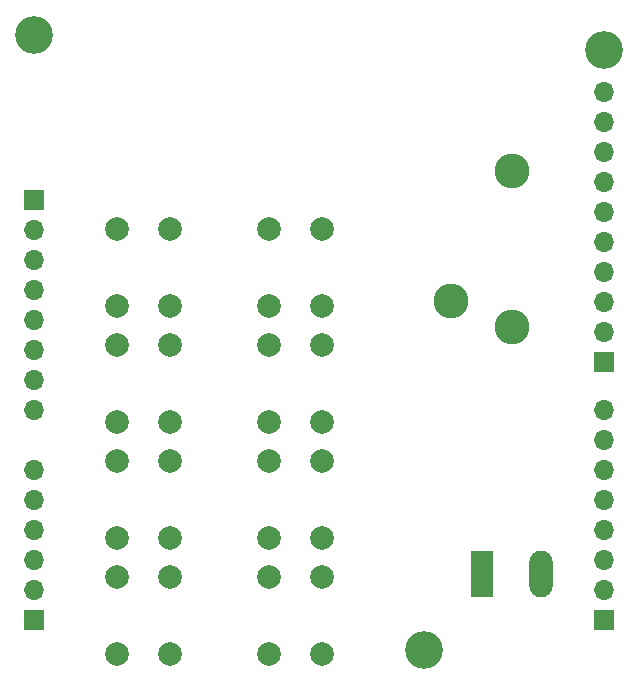
<source format=gbr>
%TF.GenerationSoftware,KiCad,Pcbnew,8.0.1*%
%TF.CreationDate,2024-04-15T20:54:24+02:00*%
%TF.ProjectId,Audio_shield,41756469-6f5f-4736-9869-656c642e6b69,rev?*%
%TF.SameCoordinates,Original*%
%TF.FileFunction,Soldermask,Bot*%
%TF.FilePolarity,Negative*%
%FSLAX46Y46*%
G04 Gerber Fmt 4.6, Leading zero omitted, Abs format (unit mm)*
G04 Created by KiCad (PCBNEW 8.0.1) date 2024-04-15 20:54:24*
%MOMM*%
%LPD*%
G01*
G04 APERTURE LIST*
%ADD10C,3.200000*%
%ADD11C,2.000000*%
%ADD12R,1.700000X1.700000*%
%ADD13O,1.700000X1.700000*%
%ADD14R,1.980000X3.960000*%
%ADD15O,1.980000X3.960000*%
%ADD16C,2.950000*%
G04 APERTURE END LIST*
D10*
%TO.C,REF\u002A\u002A*%
X179490000Y-113200000D03*
%TD*%
D11*
%TO.C,SW2*%
X170850000Y-97250000D03*
X170850000Y-103750000D03*
X166350000Y-97250000D03*
X166350000Y-103750000D03*
%TD*%
D10*
%TO.C,REF\u002A\u002A*%
X194730000Y-62400000D03*
%TD*%
D11*
%TO.C,SW1*%
X170850000Y-107050000D03*
X170850000Y-113550000D03*
X166350000Y-107050000D03*
X166350000Y-113550000D03*
%TD*%
%TO.C,SW4*%
X170850000Y-77600000D03*
X170850000Y-84100000D03*
X166350000Y-77600000D03*
X166350000Y-84100000D03*
%TD*%
%TO.C,SW5*%
X157950000Y-107050000D03*
X157950000Y-113550000D03*
X153450000Y-107050000D03*
X153450000Y-113550000D03*
%TD*%
D12*
%TO.C,J2*%
X194730000Y-110660000D03*
D13*
X194730000Y-108120000D03*
X194730000Y-105580000D03*
X194730000Y-103040000D03*
X194730000Y-100500000D03*
X194730000Y-97960000D03*
X194730000Y-95420000D03*
X194730000Y-92880000D03*
%TD*%
D11*
%TO.C,SW7*%
X157950000Y-87400000D03*
X157950000Y-93900000D03*
X153450000Y-87400000D03*
X153450000Y-93900000D03*
%TD*%
%TO.C,SW6*%
X157950000Y-97250000D03*
X157950000Y-103750000D03*
X153450000Y-97250000D03*
X153450000Y-103750000D03*
%TD*%
%TO.C,SW3*%
X170850000Y-87400000D03*
X170850000Y-93900000D03*
X166350000Y-87400000D03*
X166350000Y-93900000D03*
%TD*%
D12*
%TO.C,J1*%
X194730000Y-88820000D03*
D13*
X194730000Y-86280000D03*
X194730000Y-83740000D03*
X194730000Y-81200000D03*
X194730000Y-78660000D03*
X194730000Y-76120000D03*
X194730000Y-73580000D03*
X194730000Y-71040000D03*
X194730000Y-68500000D03*
X194730000Y-65960000D03*
%TD*%
D11*
%TO.C,SW8*%
X157950000Y-77600000D03*
X157950000Y-84100000D03*
X153450000Y-77600000D03*
X153450000Y-84100000D03*
%TD*%
D12*
%TO.C,J3*%
X146470000Y-110660000D03*
D13*
X146470000Y-108120000D03*
X146470000Y-105580000D03*
X146470000Y-103040000D03*
X146470000Y-100500000D03*
X146470000Y-97960000D03*
%TD*%
D12*
%TO.C,J4*%
X146470000Y-75100000D03*
D13*
X146470000Y-77640000D03*
X146470000Y-80180000D03*
X146470000Y-82720000D03*
X146470000Y-85260000D03*
X146470000Y-87800000D03*
X146470000Y-90340000D03*
X146470000Y-92880000D03*
%TD*%
D10*
%TO.C,REF\u002A\u002A*%
X146470000Y-61130000D03*
%TD*%
D14*
%TO.C,LS1*%
X184385000Y-106750000D03*
D15*
X189385000Y-106750000D03*
%TD*%
D16*
%TO.C,J6*%
X186949797Y-72700000D03*
X181749797Y-83700000D03*
X186949797Y-85900000D03*
%TD*%
M02*

</source>
